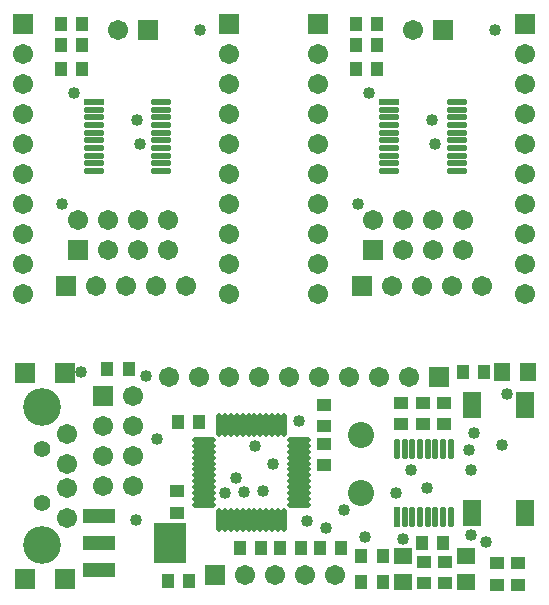
<source format=gts>
%FSTAX24Y24*%
%MOIN*%
G70*
G01*
G75*
G04 Layer_Color=8388736*
%ADD10O,0.0630X0.0138*%
%ADD11R,0.0630X0.0138*%
%ADD12R,0.0315X0.0374*%
%ADD13O,0.0709X0.0118*%
%ADD14O,0.0118X0.0709*%
%ADD15R,0.0374X0.0315*%
%ADD16O,0.0138X0.0630*%
%ADD17R,0.0138X0.0630*%
%ADD18R,0.0630X0.0630*%
%ADD19R,0.0551X0.0827*%
%ADD20R,0.1004X0.0374*%
%ADD21R,0.1004X0.1299*%
%ADD22R,0.0512X0.0472*%
%ADD23R,0.0472X0.0512*%
%ADD24C,0.0100*%
%ADD25C,0.0200*%
%ADD26R,0.0591X0.0591*%
%ADD27C,0.0591*%
%ADD28R,0.0591X0.0591*%
%ADD29C,0.1181*%
%ADD30C,0.0787*%
%ADD31C,0.0320*%
%ADD32C,0.0472*%
%ADD33R,0.0900X0.2200*%
%ADD34R,0.0217X0.0472*%
%ADD35R,0.0256X0.0472*%
%ADD36C,0.0079*%
%ADD37C,0.0098*%
%ADD38C,0.0236*%
%ADD39C,0.0039*%
%ADD40C,0.0039*%
%ADD41O,0.0710X0.0218*%
%ADD42R,0.0710X0.0218*%
%ADD43R,0.0395X0.0454*%
%ADD44O,0.0789X0.0198*%
%ADD45O,0.0198X0.0789*%
%ADD46R,0.0454X0.0395*%
%ADD47O,0.0218X0.0710*%
%ADD48R,0.0218X0.0710*%
%ADD49R,0.0710X0.0710*%
%ADD50R,0.0631X0.0907*%
%ADD51R,0.1084X0.0454*%
%ADD52R,0.1084X0.1379*%
%ADD53R,0.0592X0.0552*%
%ADD54R,0.0552X0.0592*%
%ADD55R,0.0671X0.0671*%
%ADD56C,0.0671*%
%ADD57R,0.0671X0.0671*%
%ADD58C,0.1261*%
%ADD59C,0.0867*%
%ADD60C,0.0400*%
%ADD61C,0.0552*%
D41*
X034751Y024998D02*
D03*
Y025254D02*
D03*
X032507Y024998D02*
D03*
Y025254D02*
D03*
Y027045D02*
D03*
Y026789D02*
D03*
Y026533D02*
D03*
Y026278D02*
D03*
Y026022D02*
D03*
Y025766D02*
D03*
Y02551D02*
D03*
X034751Y027301D02*
D03*
Y027045D02*
D03*
Y026789D02*
D03*
Y026533D02*
D03*
Y026278D02*
D03*
Y026022D02*
D03*
Y025766D02*
D03*
Y02551D02*
D03*
X024908Y024998D02*
D03*
Y025254D02*
D03*
X022664Y024998D02*
D03*
Y025254D02*
D03*
Y027045D02*
D03*
Y026789D02*
D03*
Y026533D02*
D03*
Y026278D02*
D03*
Y026022D02*
D03*
Y025766D02*
D03*
Y02551D02*
D03*
X024908Y027301D02*
D03*
Y027045D02*
D03*
Y026789D02*
D03*
Y026533D02*
D03*
Y026278D02*
D03*
Y026022D02*
D03*
Y025766D02*
D03*
Y02551D02*
D03*
D42*
X032507Y027301D02*
D03*
X022664D02*
D03*
D43*
X032097Y0292D02*
D03*
X031388D02*
D03*
X032097Y0284D02*
D03*
X031388D02*
D03*
X031388Y0299D02*
D03*
X032097D02*
D03*
X022254Y0292D02*
D03*
X021546D02*
D03*
X022254Y0284D02*
D03*
X021546D02*
D03*
X021546Y0299D02*
D03*
X022254D02*
D03*
X031572Y01216D02*
D03*
X03228D02*
D03*
X03228Y011294D02*
D03*
X031572D02*
D03*
X026178Y016648D02*
D03*
X025469D02*
D03*
X023816Y01842D02*
D03*
X023107D02*
D03*
X029564Y012435D02*
D03*
X028855D02*
D03*
X030902D02*
D03*
X030194D02*
D03*
X028225D02*
D03*
X027517D02*
D03*
X025115Y011333D02*
D03*
X025824D02*
D03*
X034288Y012593D02*
D03*
X03358D02*
D03*
X035666Y018302D02*
D03*
X034957D02*
D03*
D44*
X029505Y013872D02*
D03*
Y014069D02*
D03*
Y014266D02*
D03*
Y014463D02*
D03*
Y01466D02*
D03*
Y014857D02*
D03*
Y015054D02*
D03*
Y01525D02*
D03*
Y015447D02*
D03*
Y015644D02*
D03*
Y015841D02*
D03*
Y016038D02*
D03*
X026316D02*
D03*
Y015841D02*
D03*
Y015644D02*
D03*
Y015447D02*
D03*
Y01525D02*
D03*
Y015054D02*
D03*
Y014857D02*
D03*
Y01466D02*
D03*
Y014463D02*
D03*
Y014266D02*
D03*
Y014069D02*
D03*
Y013872D02*
D03*
D45*
X028993Y01655D02*
D03*
X028796D02*
D03*
X028599D02*
D03*
X028402D02*
D03*
X028206D02*
D03*
X028009D02*
D03*
X027812D02*
D03*
X027615D02*
D03*
X027418D02*
D03*
X027221D02*
D03*
X027024D02*
D03*
X026828D02*
D03*
Y013361D02*
D03*
X027024D02*
D03*
X027221D02*
D03*
X027418D02*
D03*
X027615D02*
D03*
X027812D02*
D03*
X028009D02*
D03*
X028206D02*
D03*
X028402D02*
D03*
X028599D02*
D03*
X028796D02*
D03*
X028993D02*
D03*
D46*
X02543Y013617D02*
D03*
Y014325D02*
D03*
X03291Y017278D02*
D03*
Y016569D02*
D03*
X030312Y017199D02*
D03*
Y016491D02*
D03*
Y015191D02*
D03*
Y0159D02*
D03*
X034328Y017278D02*
D03*
Y016569D02*
D03*
X033619Y017278D02*
D03*
Y016569D02*
D03*
X036808Y011215D02*
D03*
Y011924D02*
D03*
X036099Y011924D02*
D03*
Y011215D02*
D03*
X033658Y011254D02*
D03*
Y011963D02*
D03*
X034367Y011254D02*
D03*
Y011963D02*
D03*
D47*
X034554Y015723D02*
D03*
X034298D02*
D03*
X034042D02*
D03*
X033786D02*
D03*
X03353D02*
D03*
X033274D02*
D03*
X033019D02*
D03*
X032763D02*
D03*
X034554Y013479D02*
D03*
X034298D02*
D03*
X034042D02*
D03*
X033786D02*
D03*
X03353D02*
D03*
X033274D02*
D03*
X033019D02*
D03*
D48*
X032763D02*
D03*
D49*
X02169Y011412D02*
D03*
X020351D02*
D03*
X020351Y018262D02*
D03*
X02169D02*
D03*
D50*
X037044Y017199D02*
D03*
Y013617D02*
D03*
X035272Y017199D02*
D03*
Y013617D02*
D03*
D51*
X022841Y013498D02*
D03*
Y012593D02*
D03*
Y011687D02*
D03*
D52*
X025184Y012593D02*
D03*
D53*
X03295Y01216D02*
D03*
Y011294D02*
D03*
X035076Y01216D02*
D03*
Y011294D02*
D03*
D54*
X037123Y018302D02*
D03*
X036257D02*
D03*
D55*
X030143Y029902D02*
D03*
X037019Y029902D02*
D03*
X0203Y029902D02*
D03*
X027176Y029902D02*
D03*
X022961Y017518D02*
D03*
D56*
X030143Y028902D02*
D03*
Y026902D02*
D03*
Y025902D02*
D03*
Y024902D02*
D03*
Y023902D02*
D03*
Y022902D02*
D03*
Y021902D02*
D03*
Y020902D02*
D03*
Y027902D02*
D03*
X037019Y028902D02*
D03*
Y026902D02*
D03*
Y025902D02*
D03*
Y024902D02*
D03*
Y023902D02*
D03*
Y022902D02*
D03*
Y021902D02*
D03*
Y020902D02*
D03*
Y027902D02*
D03*
X033308Y029693D02*
D03*
X031971Y023382D02*
D03*
X032971Y022382D02*
D03*
Y023382D02*
D03*
X033971Y022382D02*
D03*
Y023382D02*
D03*
X034971Y022382D02*
D03*
Y023382D02*
D03*
X03558Y021159D02*
D03*
X03458D02*
D03*
X03358D02*
D03*
X03258D02*
D03*
X0203Y028902D02*
D03*
Y026902D02*
D03*
Y025902D02*
D03*
Y024902D02*
D03*
Y023902D02*
D03*
Y022902D02*
D03*
Y021902D02*
D03*
Y020902D02*
D03*
Y027902D02*
D03*
X027176Y028902D02*
D03*
Y026902D02*
D03*
Y025902D02*
D03*
Y024902D02*
D03*
Y023902D02*
D03*
Y022902D02*
D03*
Y021902D02*
D03*
Y020902D02*
D03*
Y027902D02*
D03*
X023465Y029693D02*
D03*
X022129Y023382D02*
D03*
X023129Y022382D02*
D03*
Y023382D02*
D03*
X024129Y022382D02*
D03*
Y023382D02*
D03*
X025129Y022382D02*
D03*
Y023382D02*
D03*
X025737Y021159D02*
D03*
X024737D02*
D03*
X023737D02*
D03*
X022737D02*
D03*
X02176Y016239D02*
D03*
X02176Y015239D02*
D03*
Y014435D02*
D03*
Y013435D02*
D03*
X03217Y018144D02*
D03*
X02517D02*
D03*
X02617D02*
D03*
X02717D02*
D03*
X02817D02*
D03*
X02917D02*
D03*
X03017D02*
D03*
X03117D02*
D03*
X03317D02*
D03*
X023961Y014518D02*
D03*
X022961D02*
D03*
X023961Y015518D02*
D03*
X022961D02*
D03*
X023961Y016518D02*
D03*
X022961D02*
D03*
X023961Y017518D02*
D03*
X027698Y01153D02*
D03*
X028698D02*
D03*
X029698D02*
D03*
X030698D02*
D03*
D57*
X034308Y029693D02*
D03*
X031971Y022382D02*
D03*
X03158Y021159D02*
D03*
X024465Y029693D02*
D03*
X022129Y022382D02*
D03*
X021737Y021159D02*
D03*
X03417Y018144D02*
D03*
X026698Y01153D02*
D03*
D58*
X020923Y012534D02*
D03*
X020923Y01714D02*
D03*
D59*
X031572Y016206D02*
D03*
Y014256D02*
D03*
D60*
X031453Y0239D02*
D03*
X034043Y0259D02*
D03*
X036043Y0297D02*
D03*
X033943Y0267D02*
D03*
X031843Y0276D02*
D03*
X02161Y0239D02*
D03*
X0242Y0259D02*
D03*
X0262Y0297D02*
D03*
X0241Y0267D02*
D03*
X022Y0276D02*
D03*
X029505Y016668D02*
D03*
X035154Y015703D02*
D03*
X035233Y015034D02*
D03*
X033776Y014443D02*
D03*
X033225Y015034D02*
D03*
X03295Y01275D02*
D03*
X036257Y015861D02*
D03*
X022241Y018302D02*
D03*
X024761Y016057D02*
D03*
X024052Y01338D02*
D03*
X028304Y014325D02*
D03*
X029761Y013341D02*
D03*
X035312Y016254D02*
D03*
X03169Y01279D02*
D03*
X030391Y013105D02*
D03*
X030981Y013695D02*
D03*
X035233Y012868D02*
D03*
X035745Y012632D02*
D03*
X024406Y018183D02*
D03*
X036414Y017554D02*
D03*
X027024Y014266D02*
D03*
X028619Y015231D02*
D03*
X027398Y014758D02*
D03*
X028028Y015821D02*
D03*
X027674Y014306D02*
D03*
X032713Y014286D02*
D03*
D61*
X020929Y013935D02*
D03*
Y015739D02*
D03*
M02*

</source>
